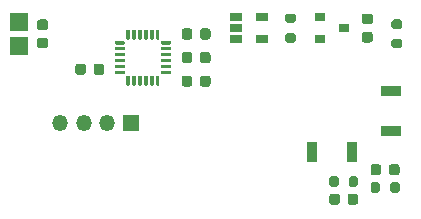
<source format=gbp>
G04 #@! TF.GenerationSoftware,KiCad,Pcbnew,(5.1.10)-1*
G04 #@! TF.CreationDate,2021-12-13T15:30:27+09:00*
G04 #@! TF.ProjectId,cat_tracker,6361745f-7472-4616-936b-65722e6b6963,rev?*
G04 #@! TF.SameCoordinates,Original*
G04 #@! TF.FileFunction,Paste,Bot*
G04 #@! TF.FilePolarity,Positive*
%FSLAX46Y46*%
G04 Gerber Fmt 4.6, Leading zero omitted, Abs format (unit mm)*
G04 Created by KiCad (PCBNEW (5.1.10)-1) date 2021-12-13 15:30:27*
%MOMM*%
%LPD*%
G01*
G04 APERTURE LIST*
%ADD10O,1.350000X1.350000*%
%ADD11R,1.350000X1.350000*%
%ADD12R,1.500000X1.500000*%
%ADD13R,0.900000X1.700000*%
%ADD14R,1.700000X0.900000*%
%ADD15R,1.060000X0.650000*%
%ADD16R,0.900000X0.800000*%
G04 APERTURE END LIST*
D10*
X35000000Y-40500000D03*
X37000000Y-40500000D03*
X39000000Y-40500000D03*
D11*
X41000000Y-40500000D03*
D12*
X31500000Y-34000000D03*
X31500000Y-32000000D03*
G36*
G01*
X59425000Y-45775000D02*
X59425000Y-45225000D01*
G75*
G02*
X59625000Y-45025000I200000J0D01*
G01*
X60025000Y-45025000D01*
G75*
G02*
X60225000Y-45225000I0J-200000D01*
G01*
X60225000Y-45775000D01*
G75*
G02*
X60025000Y-45975000I-200000J0D01*
G01*
X59625000Y-45975000D01*
G75*
G02*
X59425000Y-45775000I0J200000D01*
G01*
G37*
G36*
G01*
X57775000Y-45775000D02*
X57775000Y-45225000D01*
G75*
G02*
X57975000Y-45025000I200000J0D01*
G01*
X58375000Y-45025000D01*
G75*
G02*
X58575000Y-45225000I0J-200000D01*
G01*
X58575000Y-45775000D01*
G75*
G02*
X58375000Y-45975000I-200000J0D01*
G01*
X57975000Y-45975000D01*
G75*
G02*
X57775000Y-45775000I0J200000D01*
G01*
G37*
G36*
G01*
X63775000Y-32575000D02*
X63225000Y-32575000D01*
G75*
G02*
X63025000Y-32375000I0J200000D01*
G01*
X63025000Y-31975000D01*
G75*
G02*
X63225000Y-31775000I200000J0D01*
G01*
X63775000Y-31775000D01*
G75*
G02*
X63975000Y-31975000I0J-200000D01*
G01*
X63975000Y-32375000D01*
G75*
G02*
X63775000Y-32575000I-200000J0D01*
G01*
G37*
G36*
G01*
X63775000Y-34225000D02*
X63225000Y-34225000D01*
G75*
G02*
X63025000Y-34025000I0J200000D01*
G01*
X63025000Y-33625000D01*
G75*
G02*
X63225000Y-33425000I200000J0D01*
G01*
X63775000Y-33425000D01*
G75*
G02*
X63975000Y-33625000I0J-200000D01*
G01*
X63975000Y-34025000D01*
G75*
G02*
X63775000Y-34225000I-200000J0D01*
G01*
G37*
G36*
G01*
X62075000Y-45725000D02*
X62075000Y-46275000D01*
G75*
G02*
X61875000Y-46475000I-200000J0D01*
G01*
X61475000Y-46475000D01*
G75*
G02*
X61275000Y-46275000I0J200000D01*
G01*
X61275000Y-45725000D01*
G75*
G02*
X61475000Y-45525000I200000J0D01*
G01*
X61875000Y-45525000D01*
G75*
G02*
X62075000Y-45725000I0J-200000D01*
G01*
G37*
G36*
G01*
X63725000Y-45725000D02*
X63725000Y-46275000D01*
G75*
G02*
X63525000Y-46475000I-200000J0D01*
G01*
X63125000Y-46475000D01*
G75*
G02*
X62925000Y-46275000I0J200000D01*
G01*
X62925000Y-45725000D01*
G75*
G02*
X63125000Y-45525000I200000J0D01*
G01*
X63525000Y-45525000D01*
G75*
G02*
X63725000Y-45725000I0J-200000D01*
G01*
G37*
G36*
G01*
X54775000Y-32075000D02*
X54225000Y-32075000D01*
G75*
G02*
X54025000Y-31875000I0J200000D01*
G01*
X54025000Y-31475000D01*
G75*
G02*
X54225000Y-31275000I200000J0D01*
G01*
X54775000Y-31275000D01*
G75*
G02*
X54975000Y-31475000I0J-200000D01*
G01*
X54975000Y-31875000D01*
G75*
G02*
X54775000Y-32075000I-200000J0D01*
G01*
G37*
G36*
G01*
X54775000Y-33725000D02*
X54225000Y-33725000D01*
G75*
G02*
X54025000Y-33525000I0J200000D01*
G01*
X54025000Y-33125000D01*
G75*
G02*
X54225000Y-32925000I200000J0D01*
G01*
X54775000Y-32925000D01*
G75*
G02*
X54975000Y-33125000I0J-200000D01*
G01*
X54975000Y-33525000D01*
G75*
G02*
X54775000Y-33725000I-200000J0D01*
G01*
G37*
G36*
G01*
X59325000Y-47250000D02*
X59325000Y-46750000D01*
G75*
G02*
X59550000Y-46525000I225000J0D01*
G01*
X60000000Y-46525000D01*
G75*
G02*
X60225000Y-46750000I0J-225000D01*
G01*
X60225000Y-47250000D01*
G75*
G02*
X60000000Y-47475000I-225000J0D01*
G01*
X59550000Y-47475000D01*
G75*
G02*
X59325000Y-47250000I0J225000D01*
G01*
G37*
G36*
G01*
X57775000Y-47250000D02*
X57775000Y-46750000D01*
G75*
G02*
X58000000Y-46525000I225000J0D01*
G01*
X58450000Y-46525000D01*
G75*
G02*
X58675000Y-46750000I0J-225000D01*
G01*
X58675000Y-47250000D01*
G75*
G02*
X58450000Y-47475000I-225000J0D01*
G01*
X58000000Y-47475000D01*
G75*
G02*
X57775000Y-47250000I0J225000D01*
G01*
G37*
G36*
G01*
X37825000Y-36250000D02*
X37825000Y-35750000D01*
G75*
G02*
X38050000Y-35525000I225000J0D01*
G01*
X38500000Y-35525000D01*
G75*
G02*
X38725000Y-35750000I0J-225000D01*
G01*
X38725000Y-36250000D01*
G75*
G02*
X38500000Y-36475000I-225000J0D01*
G01*
X38050000Y-36475000D01*
G75*
G02*
X37825000Y-36250000I0J225000D01*
G01*
G37*
G36*
G01*
X36275000Y-36250000D02*
X36275000Y-35750000D01*
G75*
G02*
X36500000Y-35525000I225000J0D01*
G01*
X36950000Y-35525000D01*
G75*
G02*
X37175000Y-35750000I0J-225000D01*
G01*
X37175000Y-36250000D01*
G75*
G02*
X36950000Y-36475000I-225000J0D01*
G01*
X36500000Y-36475000D01*
G75*
G02*
X36275000Y-36250000I0J225000D01*
G01*
G37*
G36*
G01*
X46175000Y-34750000D02*
X46175000Y-35250000D01*
G75*
G02*
X45950000Y-35475000I-225000J0D01*
G01*
X45500000Y-35475000D01*
G75*
G02*
X45275000Y-35250000I0J225000D01*
G01*
X45275000Y-34750000D01*
G75*
G02*
X45500000Y-34525000I225000J0D01*
G01*
X45950000Y-34525000D01*
G75*
G02*
X46175000Y-34750000I0J-225000D01*
G01*
G37*
G36*
G01*
X47725000Y-34750000D02*
X47725000Y-35250000D01*
G75*
G02*
X47500000Y-35475000I-225000J0D01*
G01*
X47050000Y-35475000D01*
G75*
G02*
X46825000Y-35250000I0J225000D01*
G01*
X46825000Y-34750000D01*
G75*
G02*
X47050000Y-34525000I225000J0D01*
G01*
X47500000Y-34525000D01*
G75*
G02*
X47725000Y-34750000I0J-225000D01*
G01*
G37*
G36*
G01*
X46825000Y-37250000D02*
X46825000Y-36750000D01*
G75*
G02*
X47050000Y-36525000I225000J0D01*
G01*
X47500000Y-36525000D01*
G75*
G02*
X47725000Y-36750000I0J-225000D01*
G01*
X47725000Y-37250000D01*
G75*
G02*
X47500000Y-37475000I-225000J0D01*
G01*
X47050000Y-37475000D01*
G75*
G02*
X46825000Y-37250000I0J225000D01*
G01*
G37*
G36*
G01*
X45275000Y-37250000D02*
X45275000Y-36750000D01*
G75*
G02*
X45500000Y-36525000I225000J0D01*
G01*
X45950000Y-36525000D01*
G75*
G02*
X46175000Y-36750000I0J-225000D01*
G01*
X46175000Y-37250000D01*
G75*
G02*
X45950000Y-37475000I-225000J0D01*
G01*
X45500000Y-37475000D01*
G75*
G02*
X45275000Y-37250000I0J225000D01*
G01*
G37*
G36*
G01*
X46825000Y-33250000D02*
X46825000Y-32750000D01*
G75*
G02*
X47050000Y-32525000I225000J0D01*
G01*
X47500000Y-32525000D01*
G75*
G02*
X47725000Y-32750000I0J-225000D01*
G01*
X47725000Y-33250000D01*
G75*
G02*
X47500000Y-33475000I-225000J0D01*
G01*
X47050000Y-33475000D01*
G75*
G02*
X46825000Y-33250000I0J225000D01*
G01*
G37*
G36*
G01*
X45275000Y-33250000D02*
X45275000Y-32750000D01*
G75*
G02*
X45500000Y-32525000I225000J0D01*
G01*
X45950000Y-32525000D01*
G75*
G02*
X46175000Y-32750000I0J-225000D01*
G01*
X46175000Y-33250000D01*
G75*
G02*
X45950000Y-33475000I-225000J0D01*
G01*
X45500000Y-33475000D01*
G75*
G02*
X45275000Y-33250000I0J225000D01*
G01*
G37*
G36*
G01*
X62825000Y-44750000D02*
X62825000Y-44250000D01*
G75*
G02*
X63050000Y-44025000I225000J0D01*
G01*
X63500000Y-44025000D01*
G75*
G02*
X63725000Y-44250000I0J-225000D01*
G01*
X63725000Y-44750000D01*
G75*
G02*
X63500000Y-44975000I-225000J0D01*
G01*
X63050000Y-44975000D01*
G75*
G02*
X62825000Y-44750000I0J225000D01*
G01*
G37*
G36*
G01*
X61275000Y-44750000D02*
X61275000Y-44250000D01*
G75*
G02*
X61500000Y-44025000I225000J0D01*
G01*
X61950000Y-44025000D01*
G75*
G02*
X62175000Y-44250000I0J-225000D01*
G01*
X62175000Y-44750000D01*
G75*
G02*
X61950000Y-44975000I-225000J0D01*
G01*
X61500000Y-44975000D01*
G75*
G02*
X61275000Y-44750000I0J225000D01*
G01*
G37*
G36*
G01*
X60750000Y-32825000D02*
X61250000Y-32825000D01*
G75*
G02*
X61475000Y-33050000I0J-225000D01*
G01*
X61475000Y-33500000D01*
G75*
G02*
X61250000Y-33725000I-225000J0D01*
G01*
X60750000Y-33725000D01*
G75*
G02*
X60525000Y-33500000I0J225000D01*
G01*
X60525000Y-33050000D01*
G75*
G02*
X60750000Y-32825000I225000J0D01*
G01*
G37*
G36*
G01*
X60750000Y-31275000D02*
X61250000Y-31275000D01*
G75*
G02*
X61475000Y-31500000I0J-225000D01*
G01*
X61475000Y-31950000D01*
G75*
G02*
X61250000Y-32175000I-225000J0D01*
G01*
X60750000Y-32175000D01*
G75*
G02*
X60525000Y-31950000I0J225000D01*
G01*
X60525000Y-31500000D01*
G75*
G02*
X60750000Y-31275000I225000J0D01*
G01*
G37*
G36*
G01*
X33250000Y-33325000D02*
X33750000Y-33325000D01*
G75*
G02*
X33975000Y-33550000I0J-225000D01*
G01*
X33975000Y-34000000D01*
G75*
G02*
X33750000Y-34225000I-225000J0D01*
G01*
X33250000Y-34225000D01*
G75*
G02*
X33025000Y-34000000I0J225000D01*
G01*
X33025000Y-33550000D01*
G75*
G02*
X33250000Y-33325000I225000J0D01*
G01*
G37*
G36*
G01*
X33250000Y-31775000D02*
X33750000Y-31775000D01*
G75*
G02*
X33975000Y-32000000I0J-225000D01*
G01*
X33975000Y-32450000D01*
G75*
G02*
X33750000Y-32675000I-225000J0D01*
G01*
X33250000Y-32675000D01*
G75*
G02*
X33025000Y-32450000I0J225000D01*
G01*
X33025000Y-32000000D01*
G75*
G02*
X33250000Y-31775000I225000J0D01*
G01*
G37*
D13*
X56300000Y-43000000D03*
X59700000Y-43000000D03*
D14*
X63000000Y-41200000D03*
X63000000Y-37800000D03*
G36*
G01*
X40475000Y-33675000D02*
X40475000Y-33825000D01*
G75*
G02*
X40400000Y-33900000I-75000J0D01*
G01*
X39700000Y-33900000D01*
G75*
G02*
X39625000Y-33825000I0J75000D01*
G01*
X39625000Y-33675000D01*
G75*
G02*
X39700000Y-33600000I75000J0D01*
G01*
X40400000Y-33600000D01*
G75*
G02*
X40475000Y-33675000I0J-75000D01*
G01*
G37*
G36*
G01*
X40475000Y-34175000D02*
X40475000Y-34325000D01*
G75*
G02*
X40400000Y-34400000I-75000J0D01*
G01*
X39700000Y-34400000D01*
G75*
G02*
X39625000Y-34325000I0J75000D01*
G01*
X39625000Y-34175000D01*
G75*
G02*
X39700000Y-34100000I75000J0D01*
G01*
X40400000Y-34100000D01*
G75*
G02*
X40475000Y-34175000I0J-75000D01*
G01*
G37*
G36*
G01*
X40475000Y-34675000D02*
X40475000Y-34825000D01*
G75*
G02*
X40400000Y-34900000I-75000J0D01*
G01*
X39700000Y-34900000D01*
G75*
G02*
X39625000Y-34825000I0J75000D01*
G01*
X39625000Y-34675000D01*
G75*
G02*
X39700000Y-34600000I75000J0D01*
G01*
X40400000Y-34600000D01*
G75*
G02*
X40475000Y-34675000I0J-75000D01*
G01*
G37*
G36*
G01*
X40475000Y-35175000D02*
X40475000Y-35325000D01*
G75*
G02*
X40400000Y-35400000I-75000J0D01*
G01*
X39700000Y-35400000D01*
G75*
G02*
X39625000Y-35325000I0J75000D01*
G01*
X39625000Y-35175000D01*
G75*
G02*
X39700000Y-35100000I75000J0D01*
G01*
X40400000Y-35100000D01*
G75*
G02*
X40475000Y-35175000I0J-75000D01*
G01*
G37*
G36*
G01*
X40475000Y-35675000D02*
X40475000Y-35825000D01*
G75*
G02*
X40400000Y-35900000I-75000J0D01*
G01*
X39700000Y-35900000D01*
G75*
G02*
X39625000Y-35825000I0J75000D01*
G01*
X39625000Y-35675000D01*
G75*
G02*
X39700000Y-35600000I75000J0D01*
G01*
X40400000Y-35600000D01*
G75*
G02*
X40475000Y-35675000I0J-75000D01*
G01*
G37*
G36*
G01*
X40475000Y-36175000D02*
X40475000Y-36325000D01*
G75*
G02*
X40400000Y-36400000I-75000J0D01*
G01*
X39700000Y-36400000D01*
G75*
G02*
X39625000Y-36325000I0J75000D01*
G01*
X39625000Y-36175000D01*
G75*
G02*
X39700000Y-36100000I75000J0D01*
G01*
X40400000Y-36100000D01*
G75*
G02*
X40475000Y-36175000I0J-75000D01*
G01*
G37*
G36*
G01*
X40675000Y-36525000D02*
X40825000Y-36525000D01*
G75*
G02*
X40900000Y-36600000I0J-75000D01*
G01*
X40900000Y-37300000D01*
G75*
G02*
X40825000Y-37375000I-75000J0D01*
G01*
X40675000Y-37375000D01*
G75*
G02*
X40600000Y-37300000I0J75000D01*
G01*
X40600000Y-36600000D01*
G75*
G02*
X40675000Y-36525000I75000J0D01*
G01*
G37*
G36*
G01*
X41175000Y-36525000D02*
X41325000Y-36525000D01*
G75*
G02*
X41400000Y-36600000I0J-75000D01*
G01*
X41400000Y-37300000D01*
G75*
G02*
X41325000Y-37375000I-75000J0D01*
G01*
X41175000Y-37375000D01*
G75*
G02*
X41100000Y-37300000I0J75000D01*
G01*
X41100000Y-36600000D01*
G75*
G02*
X41175000Y-36525000I75000J0D01*
G01*
G37*
G36*
G01*
X41675000Y-36525000D02*
X41825000Y-36525000D01*
G75*
G02*
X41900000Y-36600000I0J-75000D01*
G01*
X41900000Y-37300000D01*
G75*
G02*
X41825000Y-37375000I-75000J0D01*
G01*
X41675000Y-37375000D01*
G75*
G02*
X41600000Y-37300000I0J75000D01*
G01*
X41600000Y-36600000D01*
G75*
G02*
X41675000Y-36525000I75000J0D01*
G01*
G37*
G36*
G01*
X42175000Y-36525000D02*
X42325000Y-36525000D01*
G75*
G02*
X42400000Y-36600000I0J-75000D01*
G01*
X42400000Y-37300000D01*
G75*
G02*
X42325000Y-37375000I-75000J0D01*
G01*
X42175000Y-37375000D01*
G75*
G02*
X42100000Y-37300000I0J75000D01*
G01*
X42100000Y-36600000D01*
G75*
G02*
X42175000Y-36525000I75000J0D01*
G01*
G37*
G36*
G01*
X42675000Y-36525000D02*
X42825000Y-36525000D01*
G75*
G02*
X42900000Y-36600000I0J-75000D01*
G01*
X42900000Y-37300000D01*
G75*
G02*
X42825000Y-37375000I-75000J0D01*
G01*
X42675000Y-37375000D01*
G75*
G02*
X42600000Y-37300000I0J75000D01*
G01*
X42600000Y-36600000D01*
G75*
G02*
X42675000Y-36525000I75000J0D01*
G01*
G37*
G36*
G01*
X43175000Y-36525000D02*
X43325000Y-36525000D01*
G75*
G02*
X43400000Y-36600000I0J-75000D01*
G01*
X43400000Y-37300000D01*
G75*
G02*
X43325000Y-37375000I-75000J0D01*
G01*
X43175000Y-37375000D01*
G75*
G02*
X43100000Y-37300000I0J75000D01*
G01*
X43100000Y-36600000D01*
G75*
G02*
X43175000Y-36525000I75000J0D01*
G01*
G37*
G36*
G01*
X44375000Y-36175000D02*
X44375000Y-36325000D01*
G75*
G02*
X44300000Y-36400000I-75000J0D01*
G01*
X43600000Y-36400000D01*
G75*
G02*
X43525000Y-36325000I0J75000D01*
G01*
X43525000Y-36175000D01*
G75*
G02*
X43600000Y-36100000I75000J0D01*
G01*
X44300000Y-36100000D01*
G75*
G02*
X44375000Y-36175000I0J-75000D01*
G01*
G37*
G36*
G01*
X44375000Y-35675000D02*
X44375000Y-35825000D01*
G75*
G02*
X44300000Y-35900000I-75000J0D01*
G01*
X43600000Y-35900000D01*
G75*
G02*
X43525000Y-35825000I0J75000D01*
G01*
X43525000Y-35675000D01*
G75*
G02*
X43600000Y-35600000I75000J0D01*
G01*
X44300000Y-35600000D01*
G75*
G02*
X44375000Y-35675000I0J-75000D01*
G01*
G37*
G36*
G01*
X44375000Y-35175000D02*
X44375000Y-35325000D01*
G75*
G02*
X44300000Y-35400000I-75000J0D01*
G01*
X43600000Y-35400000D01*
G75*
G02*
X43525000Y-35325000I0J75000D01*
G01*
X43525000Y-35175000D01*
G75*
G02*
X43600000Y-35100000I75000J0D01*
G01*
X44300000Y-35100000D01*
G75*
G02*
X44375000Y-35175000I0J-75000D01*
G01*
G37*
G36*
G01*
X44375000Y-34675000D02*
X44375000Y-34825000D01*
G75*
G02*
X44300000Y-34900000I-75000J0D01*
G01*
X43600000Y-34900000D01*
G75*
G02*
X43525000Y-34825000I0J75000D01*
G01*
X43525000Y-34675000D01*
G75*
G02*
X43600000Y-34600000I75000J0D01*
G01*
X44300000Y-34600000D01*
G75*
G02*
X44375000Y-34675000I0J-75000D01*
G01*
G37*
G36*
G01*
X44375000Y-34175000D02*
X44375000Y-34325000D01*
G75*
G02*
X44300000Y-34400000I-75000J0D01*
G01*
X43600000Y-34400000D01*
G75*
G02*
X43525000Y-34325000I0J75000D01*
G01*
X43525000Y-34175000D01*
G75*
G02*
X43600000Y-34100000I75000J0D01*
G01*
X44300000Y-34100000D01*
G75*
G02*
X44375000Y-34175000I0J-75000D01*
G01*
G37*
G36*
G01*
X44375000Y-33675000D02*
X44375000Y-33825000D01*
G75*
G02*
X44300000Y-33900000I-75000J0D01*
G01*
X43600000Y-33900000D01*
G75*
G02*
X43525000Y-33825000I0J75000D01*
G01*
X43525000Y-33675000D01*
G75*
G02*
X43600000Y-33600000I75000J0D01*
G01*
X44300000Y-33600000D01*
G75*
G02*
X44375000Y-33675000I0J-75000D01*
G01*
G37*
G36*
G01*
X43175000Y-32625000D02*
X43325000Y-32625000D01*
G75*
G02*
X43400000Y-32700000I0J-75000D01*
G01*
X43400000Y-33400000D01*
G75*
G02*
X43325000Y-33475000I-75000J0D01*
G01*
X43175000Y-33475000D01*
G75*
G02*
X43100000Y-33400000I0J75000D01*
G01*
X43100000Y-32700000D01*
G75*
G02*
X43175000Y-32625000I75000J0D01*
G01*
G37*
G36*
G01*
X42675000Y-32625000D02*
X42825000Y-32625000D01*
G75*
G02*
X42900000Y-32700000I0J-75000D01*
G01*
X42900000Y-33400000D01*
G75*
G02*
X42825000Y-33475000I-75000J0D01*
G01*
X42675000Y-33475000D01*
G75*
G02*
X42600000Y-33400000I0J75000D01*
G01*
X42600000Y-32700000D01*
G75*
G02*
X42675000Y-32625000I75000J0D01*
G01*
G37*
G36*
G01*
X42175000Y-32625000D02*
X42325000Y-32625000D01*
G75*
G02*
X42400000Y-32700000I0J-75000D01*
G01*
X42400000Y-33400000D01*
G75*
G02*
X42325000Y-33475000I-75000J0D01*
G01*
X42175000Y-33475000D01*
G75*
G02*
X42100000Y-33400000I0J75000D01*
G01*
X42100000Y-32700000D01*
G75*
G02*
X42175000Y-32625000I75000J0D01*
G01*
G37*
G36*
G01*
X41675000Y-32625000D02*
X41825000Y-32625000D01*
G75*
G02*
X41900000Y-32700000I0J-75000D01*
G01*
X41900000Y-33400000D01*
G75*
G02*
X41825000Y-33475000I-75000J0D01*
G01*
X41675000Y-33475000D01*
G75*
G02*
X41600000Y-33400000I0J75000D01*
G01*
X41600000Y-32700000D01*
G75*
G02*
X41675000Y-32625000I75000J0D01*
G01*
G37*
G36*
G01*
X41175000Y-32625000D02*
X41325000Y-32625000D01*
G75*
G02*
X41400000Y-32700000I0J-75000D01*
G01*
X41400000Y-33400000D01*
G75*
G02*
X41325000Y-33475000I-75000J0D01*
G01*
X41175000Y-33475000D01*
G75*
G02*
X41100000Y-33400000I0J75000D01*
G01*
X41100000Y-32700000D01*
G75*
G02*
X41175000Y-32625000I75000J0D01*
G01*
G37*
G36*
G01*
X40675000Y-32625000D02*
X40825000Y-32625000D01*
G75*
G02*
X40900000Y-32700000I0J-75000D01*
G01*
X40900000Y-33400000D01*
G75*
G02*
X40825000Y-33475000I-75000J0D01*
G01*
X40675000Y-33475000D01*
G75*
G02*
X40600000Y-33400000I0J75000D01*
G01*
X40600000Y-32700000D01*
G75*
G02*
X40675000Y-32625000I75000J0D01*
G01*
G37*
D15*
X52100000Y-33450000D03*
X52100000Y-31550000D03*
X49900000Y-31550000D03*
X49900000Y-32500000D03*
X49900000Y-33450000D03*
D16*
X59000000Y-32500000D03*
X57000000Y-31550000D03*
X57000000Y-33450000D03*
M02*

</source>
